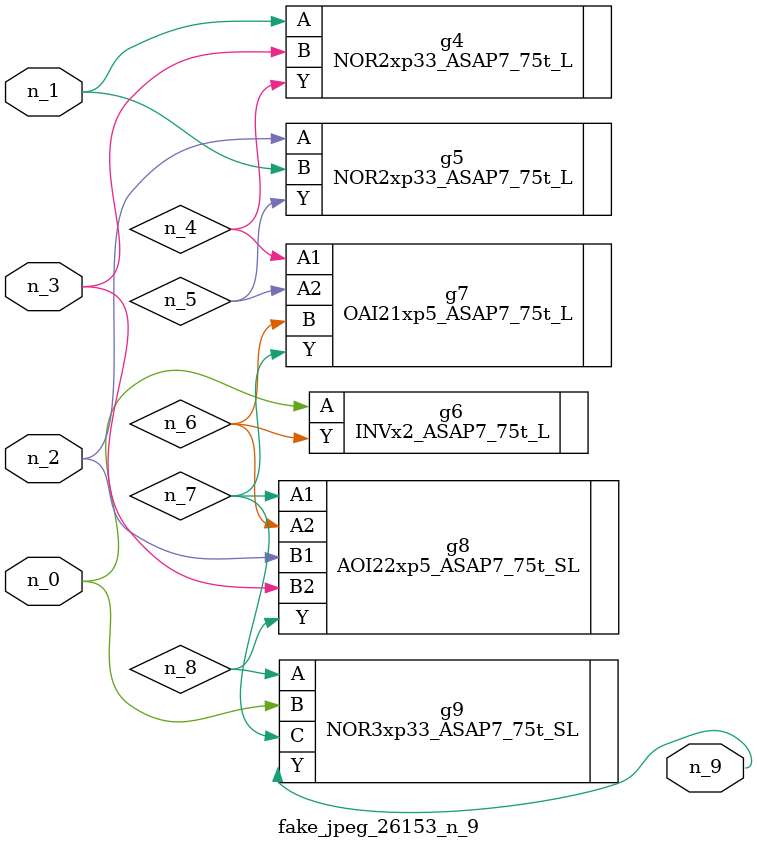
<source format=v>
module fake_jpeg_26153_n_9 (n_0, n_3, n_2, n_1, n_9);

input n_0;
input n_3;
input n_2;
input n_1;

output n_9;

wire n_4;
wire n_8;
wire n_6;
wire n_5;
wire n_7;

NOR2xp33_ASAP7_75t_L g4 ( 
.A(n_1),
.B(n_3),
.Y(n_4)
);

NOR2xp33_ASAP7_75t_L g5 ( 
.A(n_2),
.B(n_1),
.Y(n_5)
);

INVx2_ASAP7_75t_L g6 ( 
.A(n_0),
.Y(n_6)
);

OAI21xp5_ASAP7_75t_L g7 ( 
.A1(n_4),
.A2(n_5),
.B(n_6),
.Y(n_7)
);

AOI22xp5_ASAP7_75t_SL g8 ( 
.A1(n_7),
.A2(n_6),
.B1(n_2),
.B2(n_3),
.Y(n_8)
);

NOR3xp33_ASAP7_75t_SL g9 ( 
.A(n_8),
.B(n_0),
.C(n_7),
.Y(n_9)
);


endmodule
</source>
